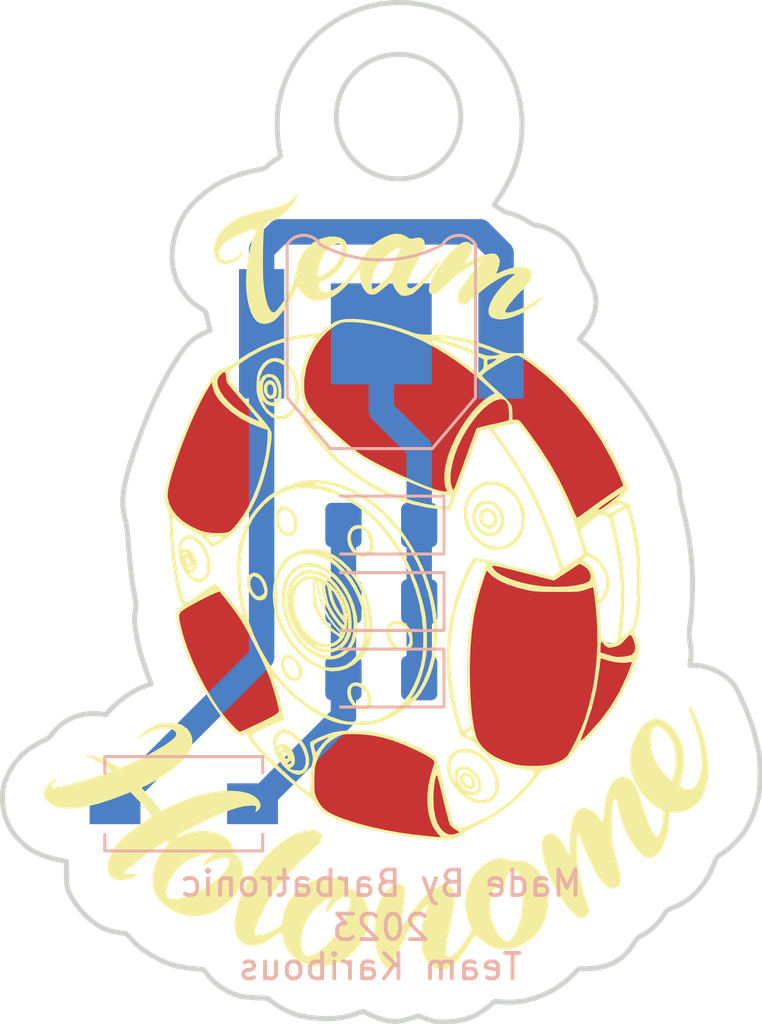
<source format=kicad_pcb>
(kicad_pcb (version 20221018) (generator pcbnew)
  (layers (0 "F.Cu" signal) (31 "B.Cu" signal) (34 "B.Paste" user) (35 "F.Paste" user) (36 "B.SilkS" user "B.Silkscreen") (37 "F.SilkS" user "F.Silkscreen") (38 "B.Mask" user) (39 "F.Mask" user) (44 "Edge.Cuts" user))
  (net 0 "")
  (net 1 "Net-(BT1-+)")
  (net 2 "Net-(BT1--)")
  (net 3 "Net-(D1-A)")
  (footprint "Badges:BadgeHolonome" (layer "F.Cu") (at 125 80)
    (fp_text reference "REF**" hide)
    (fp_text value "BadgeHolonome" hide)
    (fp_text user "2023" (at -0.02 16.87 unlocked) (layer "B.SilkS") (effects (justify bottom mirror)))
    (fp_text user "Made By Barbatronic" (at -0.02 15.14 unlocked) (layer "B.SilkS") (effects (justify bottom mirror)))
    (fp_text user "Team Karibous" (at -0.04 18.41 unlocked) (layer "B.SilkS") (effects (justify bottom mirror)))
    (fp_poly (pts (xy -6.012825 -5.370237) (xy -5.987633 -5.101406) (xy -5.225059 -4.217578) (xy -5.040388 -4.003383) (xy -4.869258 -3.804587) (xy -4.717448 -3.627927) (xy -4.590736 -3.48014) (xy -4.494902 -3.367962) (xy -4.435722 -3.298129) (xy -4.41976 -3.27878) (xy -4.401949 -3.212798) (xy -4.399438 -3.087981) (xy -4.410926 -2.914066) (xy -4.435111 -2.700792) (xy -4.470691 -2.457898) (xy -4.516365 -2.195121) (xy -4.570832 -1.922201) (xy -4.632788 -1.648876) (xy -4.643462 -1.605139) (xy -4.746175 -1.209913) (xy -4.846834 -0.872625) (xy -4.951086 -0.581079) (xy -5.064578 -0.323078) (xy -5.192958 -0.086427) (xy -5.341873 0.141071) (xy -5.51697 0.37161) (xy -5.612455 0.487502) (xy -5.974066 0.917222) (xy -6.153214 0.917703) (xy -6.272439 0.920843) (xy -6.371425 0.928263) (xy -6.402917 0.932951) (xy -6.472209 0.931494) (xy -6.58374 0.913167) (xy -6.702778 0.884682) (xy -6.946288 0.816762) (xy -7.135336 0.760355) (xy -7.28379 0.709397) (xy -7.405522 0.657825) (xy -7.514399 0.599577) (xy -7.624292 0.528589) (xy -7.74907 0.438799) (xy -7.78672 0.410837) (xy -8.131528 0.153878) (xy -8.316101 -0.231742) (xy -8.500675 -0.617362) (xy -8.433726 -0.917223) (xy -8.286079 -1.512605) (xy -8.119533 -2.063627) (xy -7.937325 -2.560067) (xy -7.845186 -2.776118) (xy -7.740777 -3.010109) (xy -7.623233 -3.275766) (xy -7.506 -3.542578) (xy -7.402524 -3.780035) (xy -7.389555 -3.81) (xy -7.232996 -4.167477) (xy -7.097032 -4.465788) (xy -6.977243 -4.711745) (xy -6.869211 -4.912154) (xy -6.768518 -5.073825) (xy -6.670743 -5.203567) (xy -6.57147 -5.308189) (xy -6.466279 -5.394499) (xy -6.350752 -5.469305) (xy -6.291022 -5.502753) (xy -6.038016 -5.639068)) (fill solid) (layer "F.Cu"))
    (fp_poly (pts (xy -0.958175 8.623962) (xy -0.936196 8.625433) (xy -0.805196 8.636068) (xy -0.642227 8.648865) (xy -0.504492 8.659394) (xy -0.277729 8.691926) (xy -0.003387 8.756612) (xy 0.305842 8.848923) (xy 0.637266 8.964331) (xy 0.978194 9.098307) (xy 1.315934 9.246323) (xy 1.637794 9.403851) (xy 1.751717 9.464403) (xy 2.145239 9.678691) (xy 2.185786 9.892887) (xy 2.204899 9.981646) (xy 2.239134 10.127982) (xy 2.285867 10.321184) (xy 2.34247 10.550542) (xy 2.406319 10.805346) (xy 2.474786 11.074886) (xy 2.493461 11.147777) (xy 2.572892 11.455951) (xy 2.63841 11.703619) (xy 2.693475 11.898658) (xy 2.741551 12.048944) (xy 2.786099 12.162356) (xy 2.830582 12.246769) (xy 2.878462 12.31006) (xy 2.9332 12.360106) (xy 2.99826 12.404783) (xy 3.063088 12.443732) (xy 3.215759 12.533527) (xy 3.048109 12.631441) (xy 2.981925 12.668026) (xy 2.917788 12.696035) (xy 2.84345 12.717756) (xy 2.746659 12.735477) (xy 2.615167 12.751485) (xy 2.436723 12.768069) (xy 2.2225 12.785646) (xy 2.144148 12.783931) (xy 2.007653 12.772408) (xy 1.824541 12.752409) (xy 1.606338 12.725267) (xy 1.364572 12.692317) (xy 1.170935 12.664026) (xy 0.863495 12.614922) (xy 0.52016 12.555307) (xy 0.165899 12.489829) (xy -0.17432 12.423134) (xy -0.475528 12.359869) (xy -0.539066 12.345752) (xy -0.81545 12.282539) (xy -1.037156 12.228844) (xy -1.218661 12.180209) (xy -1.374443 12.132175) (xy -1.518981 12.080282) (xy -1.666753 12.020072) (xy -1.829439 11.948348) (xy -2.302627 11.734905) (xy -2.456772 11.49662) (xy -2.543552 11.348712) (xy -2.609533 11.198655) (xy -2.66526 11.019976) (xy -2.696666 10.894376) (xy -2.73476 10.727294) (xy -2.756841 10.605848) (xy -2.764186 10.507268) (xy -2.758073 10.408787) (xy -2.73978 10.287636) (xy -2.732938 10.248194) (xy -2.666569 9.936174) (xy -2.583282 9.676622) (xy -2.475856 9.452117) (xy -2.337073 9.245242) (xy -2.295513 9.192867) (xy -2.17808 9.058788) (xy -2.051544 8.929585) (xy -1.93795 8.827363) (xy -1.906796 8.803123) (xy -1.811231 8.737991) (xy -1.724617 8.695843) (xy -1.623166 8.668784) (xy -1.483095 8.648921) (xy -1.422589 8.642419) (xy -1.255473 8.629145) (xy -1.090499 8.622637)) (fill solid) (layer "F.Cu"))
    (fp_poly (pts (xy -6.46637 2.933886) (xy -6.396326 3.001349) (xy -6.298373 3.110542) (xy -6.178773 3.253424) (xy -6.043789 3.421948) (xy -5.899685 3.608072) (xy -5.752723 3.803751) (xy -5.609166 4.000941) (xy -5.475277 4.191598) (xy -5.357319 4.367679) (xy -5.292367 4.47016) (xy -5.134466 4.728963) (xy -4.984119 4.979821) (xy -4.845607 5.21522) (xy -4.723211 5.427645) (xy -4.62121 5.609581) (xy -4.543887 5.753513) (xy -4.49552 5.851926) (xy -4.480278 5.895844) (xy -4.467617 5.973451) (xy -4.433467 6.099547) (xy -4.383577 6.257537) (xy -4.323697 6.430823) (xy -4.259578 6.602811) (xy -4.196968 6.756903) (xy -4.141617 6.876503) (xy -4.138351 6.882795) (xy -4.062871 7.049858) (xy -4.004083 7.237541) (xy -3.954774 7.469417) (xy -3.949258 7.500717) (xy -3.922085 7.662067) (xy -3.900061 7.801304) (xy -3.885777 7.901507) (xy -3.881665 7.942143) (xy -3.904443 7.975174) (xy -3.976792 8.023532) (xy -4.103224 8.089636) (xy -4.288249 8.175905) (xy -4.454338 8.249279) (xy -4.718947 8.3631) (xy -4.959434 8.464064) (xy -5.168038 8.549081) (xy -5.336999 8.61506) (xy -5.458556 8.65891) (xy -5.524948 8.677539) (xy -5.530598 8.677974) (xy -5.563843 8.654735) (xy -5.638197 8.590997) (xy -5.744071 8.495333) (xy -5.871876 8.376315) (xy -5.935084 8.316377) (xy -6.055335 8.200513) (xy -6.154295 8.100509) (xy -6.240031 8.005597) (xy -6.320615 7.905009) (xy -6.404114 7.787978) (xy -6.4986 7.643736) (xy -6.612142 7.461515) (xy -6.752808 7.230548) (xy -6.769592 7.202847) (xy -6.926164 6.941759) (xy -7.052871 6.722907) (xy -7.158266 6.529347) (xy -7.250902 6.344136) (xy -7.339334 6.150332) (xy -7.432116 5.930991) (xy -7.514833 5.726716) (xy -7.632613 5.425312) (xy -7.724308 5.173422) (xy -7.794498 4.957014) (xy -7.847763 4.762059) (xy -7.88535 4.591646) (xy -7.930981 4.362016) (xy -7.964063 4.191655) (xy -7.984007 4.070298) (xy -7.990222 3.987679) (xy -7.982121 3.933533) (xy -7.959114 3.897596) (xy -7.920612 3.8696) (xy -7.866025 3.839282) (xy -7.84136 3.825261) (xy -7.758652 3.773694) (xy -7.630821 3.689922) (xy -7.47043 3.582366) (xy -7.290042 3.459448) (xy -7.108473 3.333945) (xy -6.931468 3.210915) (xy -6.772835 3.101061) (xy -6.642226 3.011037) (xy -6.549295 2.947494) (xy -6.503695 2.917084) (xy -6.502242 2.916199)) (fill solid) (layer "F.Cu"))
    (fp_poly (pts (xy 4.439727 1.964823) (xy 4.524229 1.98689) (xy 4.666442 2.024404) (xy 4.855915 2.074592) (xy 5.082198 2.134681) (xy 5.334839 2.201898) (xy 5.603387 2.273469) (xy 5.686659 2.295686) (xy 5.94831 2.36518) (xy 6.188663 2.428376) (xy 6.399072 2.48305) (xy 6.570888 2.52698) (xy 6.695466 2.557944) (xy 6.764158 2.573717) (xy 6.774223 2.575277) (xy 6.816889 2.558097) (xy 6.908712 2.510664) (xy 7.038415 2.439136) (xy 7.194721 2.349674) (xy 7.296244 2.29015) (xy 7.778334 2.005023) (xy 7.99456 2.063553) (xy 8.210786 2.122082) (xy 8.33848 2.516249) (xy 8.375322 2.63226) (xy 8.405243 2.735365) (xy 8.429736 2.836002) (xy 8.450294 2.944608) (xy 8.468411 3.071622) (xy 8.485579 3.22748) (xy 8.503292 3.422621) (xy 8.523042 3.667481) (xy 8.545795 3.965499) (xy 8.625416 5.020583) (xy 8.819444 5.086814) (xy 8.974924 5.129891) (xy 9.106736 5.13813) (xy 9.230708 5.106786) (xy 9.362674 5.031117) (xy 9.518462 4.906379) (xy 9.567927 4.862535) (xy 9.84016 4.617779) (xy 9.947163 4.853768) (xy 10.010284 5.009825) (xy 10.043009 5.145949) (xy 10.053866 5.301057) (xy 10.054166 5.342174) (xy 10.050553 5.463281) (xy 10.036467 5.571958) (xy 10.007038 5.687981) (xy 9.957396 5.831126) (xy 9.8937 5.993801) (xy 9.818811 6.17156) (xy 9.7221 6.388656) (xy 9.614228 6.621792) (xy 9.505856 6.847674) (xy 9.466576 6.927131) (xy 9.150953 7.485368) (xy 8.772749 8.024205) (xy 8.339301 8.533703) (xy 8.098852 8.77952) (xy 7.932742 8.944186) (xy 7.756522 9.123372) (xy 7.589522 9.29716) (xy 7.451073 9.445632) (xy 7.431871 9.466806) (xy 7.313254 9.59356) (xy 7.202188 9.703806) (xy 7.112126 9.784677) (xy 7.061455 9.821063) (xy 6.958908 9.860686) (xy 6.805753 9.904775) (xy 6.621416 9.949256) (xy 6.425325 9.990055) (xy 6.236908 10.023097) (xy 6.075592 10.044308) (xy 5.970102 10.049926) (xy 5.850347 10.043044) (xy 5.685168 10.027763) (xy 5.498859 10.006542) (xy 5.35976 9.98819) (xy 5.199475 9.964784) (xy 5.076619 9.942284) (xy 4.973464 9.914128) (xy 4.872283 9.87375) (xy 4.755348 9.814588) (xy 4.604932 9.730077) (xy 4.501492 9.670404) (xy 4.326009 9.568145) (xy 4.198387 9.489499) (xy 4.105274 9.42299) (xy 4.033319 9.357142) (xy 3.969172 9.280479) (xy 3.89948 9.181526) (xy 3.85454 9.11433) (xy 3.6577 8.818546) (xy 3.56162 8.245731) (xy 3.524441 8.003472) (xy 3.493526 7.752928) (xy 3.46753 7.479468) (xy 3.445111 7.168457) (xy 3.424927 6.805262) (xy 3.41997 6.702411) (xy 3.406513 6.407682) (xy 3.397073 6.168912) (xy 3.391903 5.971605) (xy 3.391259 5.801266) (xy 3.395393 5.643399) (xy 3.404562 5.483508) (xy 3.419018 5.307096) (xy 3.439016 5.099669) (xy 3.449983 4.991439) (xy 3.534958 4.313316) (xy 3.645507 3.69689) (xy 3.78263 3.137718) (xy 3.947326 2.631359) (xy 4.026513 2.429622) (xy 4.240427 1.91355)) (fill solid) (layer "F.Cu"))
    (fp_poly (pts (xy -0.598249 -7.440806) (xy 0.229305 -7.34334) (xy 0.987777 -7.057008) (xy 1.217282 -6.969847) (xy 1.404875 -6.896331) (xy 1.563795 -6.829755) (xy 1.70728 -6.763416) (xy 1.84857 -6.69061) (xy 2.000904 -6.604632) (xy 2.177519 -6.498779) (xy 2.391654 -6.366346) (xy 2.56212 -6.259777) (xy 2.823041 -6.093546) (xy 3.065309 -5.933731) (xy 3.279291 -5.786993) (xy 3.455355 -5.659995) (xy 3.583867 -5.559399) (xy 3.618657 -5.529092) (xy 3.719792 -5.438394) (xy 3.794897 -5.374276) (xy 3.834032 -5.345037) (xy 3.836304 -5.347376) (xy 3.854683 -5.381612) (xy 3.923699 -5.447354) (xy 4.034982 -5.537424) (xy 4.180163 -5.644647) (xy 4.196241 -5.656049) (xy 4.411468 -5.801065) (xy 4.605383 -5.913491) (xy 4.807834 -6.009325) (xy 4.99667 -6.085051) (xy 5.414144 -6.243451) (xy 5.661586 -6.079385) (xy 5.89402 -5.915835) (xy 6.159311 -5.713388) (xy 6.442233 -5.484778) (xy 6.727557 -5.24274) (xy 7.000058 -5.00001) (xy 7.244506 -4.769323) (xy 7.331478 -4.682809) (xy 7.758899 -4.20983) (xy 8.170912 -3.672294) (xy 8.568488 -3.068781) (xy 8.952596 -2.397872) (xy 9.139464 -2.037574) (xy 9.294416 -1.724327) (xy 9.413903 -1.471987) (xy 9.497954 -1.280487) (xy 9.5466 -1.149756) (xy 9.560145 -1.085074) (xy 9.530281 -0.940324) (xy 9.440148 -0.779788) (xy 9.288464 -0.602185) (xy 9.073945 -0.406233) (xy 8.79531 -0.19065) (xy 8.451275 0.045846) (xy 8.386079 0.088296) (xy 8.198527 0.20869) (xy 8.030581 0.314876) (xy 7.891363 0.401221) (xy 7.78999 0.462092) (xy 7.735582 0.491854) (xy 7.729512 0.493888) (xy 7.703114 0.4637) (xy 7.659204 0.383623) (xy 7.606191 0.269391) (xy 7.59283 0.238125) (xy 7.32737 -0.370336) (xy 7.057479 -0.944387) (xy 6.786197 -1.478601) (xy 6.516566 -1.967552) (xy 6.251625 -2.405811) (xy 5.994417 -2.787954) (xy 5.747981 -3.108552) (xy 5.661026 -3.209494) (xy 5.532827 -3.352038) (xy 5.440899 -3.449286) (xy 5.375085 -3.50907) (xy 5.325225 -3.539223) (xy 5.281164 -3.547576) (xy 5.232743 -3.54196) (xy 5.230393 -3.541522) (xy 5.158775 -3.531379) (xy 5.124575 -3.547922) (xy 5.112466 -3.607898) (xy 5.109347 -3.673783) (xy 5.103417 -3.827639) (xy 5.089473 -3.693573) (xy 5.082117 -3.636948) (xy 5.067337 -3.592882) (xy 5.036031 -3.557438) (xy 4.979094 -3.526679) (xy 4.887423 -3.496667) (xy 4.751913 -3.463465) (xy 4.563462 -3.423135) (xy 4.374444 -3.384315) (xy 4.188036 -3.345885) (xy 4.027895 -3.312282) (xy 3.905893 -3.286044) (xy 3.833897 -3.269709) (xy 3.819598 -3.265683) (xy 3.806444 -3.232071) (xy 3.772345 -3.139102) (xy 3.719873 -2.993943) (xy 3.651598 -2.803759) (xy 3.570092 -2.575717) (xy 3.477924 -2.316982) (xy 3.377666 -2.03472) (xy 3.349908 -1.956437) (xy 3.247895 -1.669022) (xy 3.15326 -1.403147) (xy 3.068579 -1.16599) (xy 2.996426 -0.964731) (xy 2.939379 -0.80655) (xy 2.900011 -0.698627) (xy 2.8809 -0.648141) (xy 2.879555 -0.645297) (xy 2.844239 -0.650579) (xy 2.75354 -0.671136) (xy 2.620208 -0.703903) (xy 2.456993 -0.74582) (xy 2.412424 -0.757525) (xy 2.031843 -0.872727) (xy 1.606271 -1.028309) (xy 1.145396 -1.220064) (xy 0.658906 -1.443782) (xy 0.156491 -1.695254) (xy -0.256706 -1.917075) (xy -1.095495 -2.38125) (xy -2.038234 -3.264696) (xy -2.980973 -4.148141) (xy -2.989383 -4.198056) (xy 5.050292 -4.198056) (xy 5.055836 -4.147975) (xy 5.068086 -4.153959) (xy 5.072745 -4.226185) (xy 5.068086 -4.242153) (xy 5.055209 -4.246585) (xy 5.050292 -4.198056) (xy -2.989383 -4.198056) (xy -3.043132 -4.517057) (xy -3.064652 -4.647708) (xy -3.079098 -4.753561) (xy -3.081036 -4.780139) (xy 4.462638 -4.780139) (xy 4.548163 -4.683125) (xy 4.61711 -4.609406) (xy 4.650589 -4.586517) (xy 4.656666 -4.597601) (xy 4.633001 -4.625963) (xy 4.574585 -4.681314) (xy 4.559652 -4.694615) (xy 4.462638 -4.780139) (xy -3.081036 -4.780139) (xy -3.086076 -4.849252) (xy -3.085191 -4.949416) (xy -3.076046 -5.068691) (xy -3.072679 -5.097639) (xy 4.109861 -5.097639) (xy 4.213475 -4.982987) (xy 4.288715 -4.902837) (xy 4.327811 -4.870476) (xy 4.339164 -4.878978) (xy 4.339166 -4.879373) (xy 4.315548 -4.907407) (xy 4.256036 -4.965111) (xy 4.224513 -4.994025) (xy 4.109861 -5.097639) (xy -3.072679 -5.097639) (xy -3.058247 -5.221711) (xy -3.031398 -5.423114) (xy -3.015546 -5.538612) (xy -2.925801 -6.19125) (xy -2.512415 -6.734078) (xy -2.099028 -7.276906) (xy -1.762416 -7.407589) (xy -1.425804 -7.538272)) (fill solid) (layer "F.Cu"))
    (fp_circle (center 0.675987 -15.52) (end 2.635987 -14.06) (stroke (width 0.2)) (fill none) (layer "Edge.Cuts"))
    (fp_poly (pts (xy 1.078097 -19.984103) (xy 1.645206 -19.906804) (xy 1.683938 -19.899025) (xy 2.236285 -19.753693) (xy 2.751524 -19.550671) (xy 3.234587 -19.287277) (xy 3.690409 -18.960831) (xy 4.114353 -18.578243) (xy 4.511233 -18.135208) (xy 4.84306 -17.664861) (xy 5.109899 -17.16706) (xy 5.311813 -16.641659) (xy 5.448863 -16.088517) (xy 5.521114 -15.507489) (xy 5.528836 -15.363473) (xy 5.517117 -14.789288) (xy 5.436759 -14.222185) (xy 5.289675 -13.668488) (xy 5.077777 -13.134519) (xy 4.802978 -12.626603) (xy 4.616998 -12.348485) (xy 4.532105 -12.224823) (xy 4.470367 -12.123667) (xy 4.438772 -12.057249) (xy 4.439311 -12.037498) (xy 4.485674 -12.013263) (xy 4.572782 -11.961116) (xy 4.682461 -11.891965) (xy 4.691233 -11.886306) (xy 4.803405 -11.817866) (xy 4.89665 -11.768286) (xy 4.951957 -11.747606) (xy 4.954002 -11.7475) (xy 5.064652 -11.729803) (xy 5.215316 -11.682037) (xy 5.386597 -11.61219) (xy 5.559097 -11.52825) (xy 5.713419 -11.438206) (xy 5.727269 -11.429063) (xy 5.855103 -11.349781) (xy 5.970574 -11.289145) (xy 6.054894 -11.256626) (xy 6.075198 -11.253612) (xy 6.253289 -11.229581) (xy 6.463948 -11.162857) (xy 6.690722 -11.061491) (xy 6.91716 -10.933536) (xy 7.126808 -10.787043) (xy 7.257992 -10.674734) (xy 7.495747 -10.415887) (xy 7.678388 -10.135785) (xy 7.819015 -9.813838) (xy 7.834777 -9.768187) (xy 7.893281 -9.617704) (xy 7.962161 -9.474786) (xy 8.027402 -9.368226) (xy 8.033015 -9.360897) (xy 8.196971 -9.106515) (xy 8.323403 -8.815997) (xy 8.403947 -8.512992) (xy 8.430346 -8.237362) (xy 8.399946 -7.944165) (xy 8.313774 -7.638763) (xy 8.179373 -7.340084) (xy 8.004286 -7.067057) (xy 7.925433 -6.970278) (xy 7.773632 -6.796805) (xy 8.132558 -6.486935) (xy 8.656705 -5.997994) (xy 9.168745 -5.449078) (xy 9.660802 -4.850644) (xy 10.125002 -4.213145) (xy 10.553469 -3.547037) (xy 10.938329 -2.862774) (xy 11.09231 -2.557639) (xy 11.280914 -2.159399) (xy 11.43263 -1.814377) (xy 11.549441 -1.516913) (xy 11.633331 -1.261343) (xy 11.686284 -1.042006) (xy 11.710282 -0.853238) (xy 11.712222 -0.78786) (xy 11.721364 -0.680491) (xy 11.746114 -0.527532) (xy 11.782455 -0.351164) (xy 11.817198 -0.20803) (xy 11.947975 0.331509) (xy 12.049447 0.843137) (xy 12.125899 1.353766) (xy 12.181619 1.89031) (xy 12.207178 2.240534) (xy 12.22122 2.600358) (xy 12.22181 2.997059) (xy 12.20985 3.408339) (xy 12.186246 3.811897) (xy 12.151904 4.185434) (xy 12.117719 4.445) (xy 12.094372 4.609991) (xy 12.084091 4.739309) (xy 12.087188 4.860968) (xy 12.103971 5.002986) (xy 12.125386 5.137666) (xy 12.154652 5.338096) (xy 12.166508 5.497329) (xy 12.162054 5.642253) (xy 12.15029 5.746207) (xy 12.115596 5.997222) (xy 12.293145 5.997743) (xy 12.592257 6.028536) (xy 12.9043 6.113897) (xy 13.209604 6.245823) (xy 13.488499 6.416309) (xy 13.65489 6.551901) (xy 13.748367 6.643104) (xy 13.825328 6.732291) (xy 13.896028 6.834893) (xy 13.970721 6.966336) (xy 14.059659 7.142051) (xy 14.093995 7.212614) (xy 14.38862 7.884935) (xy 14.617642 8.54993) (xy 14.784071 9.216716) (xy 14.822367 9.419166) (xy 14.847033 9.61532) (xy 14.862791 9.858755) (xy 14.869826 10.130853) (xy 14.868324 10.412999) (xy 14.858467 10.686576) (xy 14.840441 10.932968) (xy 14.814431 11.13356) (xy 14.804878 11.183055) (xy 14.69503 11.58602) (xy 14.541517 11.991627) (xy 14.357767 12.364446) (xy 14.355913 12.367728) (xy 14.224193 12.567306) (xy 14.051145 12.781526) (xy 13.853659 12.992785) (xy 13.648626 13.18348) (xy 13.452937 13.336009) (xy 13.383972 13.380642) (xy 13.267137 13.455189) (xy 13.193179 13.519775) (xy 13.142655 13.59752) (xy 13.096122 13.711541) (xy 13.088908 13.731467) (xy 12.906671 14.151265) (xy 12.678929 14.529388) (xy 12.410465 14.860795) (xy 12.106064 15.140446) (xy 11.77051 15.363301) (xy 11.408588 15.52432) (xy 11.37707 15.534893) (xy 11.261655 15.581239) (xy 11.186484 15.641672) (xy 11.122055 15.740943) (xy 11.114346 15.755316) (xy 10.991006 15.944088) (xy 10.823575 16.140209) (xy 10.631498 16.324565) (xy 10.43422 16.478043) (xy 10.294104 16.56161) (xy 10.15966 16.633381) (xy 10.068117 16.698798) (xy 9.997062 16.778199) (xy 9.924086 16.891924) (xy 9.917131 16.903732) (xy 9.699519 17.213364) (xy 9.443871 17.464527) (xy 9.14898 17.657882) (xy 8.813639 17.794093) (xy 8.43664 17.873821) (xy 8.105579 17.897358) (xy 7.749691 17.903472) (xy 7.552554 18.110038) (xy 7.221215 18.412976) (xy 6.849827 18.673978) (xy 6.448884 18.888942) (xy 6.028883 19.053767) (xy 5.600316 19.164353) (xy 5.173678 19.216597) (xy 4.759465 19.206399) (xy 4.749747 19.205351) (xy 4.601491 19.190051) (xy 4.506005 19.185304) (xy 4.445991 19.193372) (xy 4.404154 19.216515) (xy 4.364373 19.255725) (xy 4.268446 19.343193) (xy 4.130344 19.449506) (xy 3.970281 19.56056) (xy 3.808471 19.662248) (xy 3.680835 19.732711) (xy 3.335974 19.868861) (xy 2.948118 19.953931) (xy 2.610555 19.984082) (xy 2.446517 19.988222) (xy 2.30084 19.988456) (xy 2.193068 19.984933) (xy 2.151944 19.980573) (xy 2.066157 19.959067) (xy 1.94365 19.922645) (xy 1.80471 19.878048) (xy 1.669622 19.832014) (xy 1.558673 19.791282) (xy 1.492149 19.762593) (xy 1.487295 19.759769) (xy 1.426509 19.757026) (xy 1.313393 19.787538) (xy 1.187765 19.835789) (xy 0.868042 19.93527) (xy 0.53963 19.967738) (xy 0.19962 19.932979) (xy -0.154894 19.830776) (xy -0.417835 19.716743) (xy -0.712197 19.572458) (xy -1.037432 19.680304) (xy -1.30807 19.761216) (xy -1.561528 19.815716) (xy -1.820275 19.846673) (xy -2.106784 19.856956) (xy -2.38125 19.851863) (xy -2.851516 19.810381) (xy -3.277681 19.719586) (xy -3.668919 19.576419) (xy -4.034406 19.377825) (xy -4.244951 19.230946) (xy -4.471209 19.059692) (xy -4.925535 19.039839) (xy -5.122572 19.027223) (xy -5.314925 19.007914) (xy -5.480083 18.984564) (xy -5.589165 18.961651) (xy -5.964473 18.821881) (xy -6.309486 18.622692) (xy -6.614518 18.370491) (xy -6.807022 18.155779) (xy -6.982811 17.932091) (xy -7.39842 17.892914) (xy -7.598871 17.869593) (xy -7.807766 17.837965) (xy -7.995667 17.80282) (xy -8.09625 17.779402) (xy -8.423289 17.671607) (xy -8.757496 17.522254) (xy -9.083052 17.340962) (xy -9.38414 17.137354) (xy -9.644938 16.921053) (xy -9.832012 16.723632) (xy -9.920221 16.618394) (xy -9.986213 16.555125) (xy -10.052191 16.520978) (xy -10.140359 16.503107) (xy -10.230556 16.493054) (xy -10.572011 16.435555) (xy -10.878681 16.333342) (xy -11.165077 16.179453) (xy -11.445713 15.966923) (xy -11.578005 15.846463) (xy -11.816767 15.593405) (xy -12.025552 15.322776) (xy -12.191965 15.051944) (xy -12.280133 14.862657) (xy -12.313839 14.76783) (xy -12.336904 14.674042) (xy -12.351344 14.564454) (xy -12.359178 14.422226) (xy -12.362421 14.230519) (xy -12.362751 14.172919) (xy -12.364861 13.687922) (xy -12.488334 13.669143) (xy -12.8835 13.587861) (xy -13.262967 13.469429) (xy -13.546667 13.348623) (xy -13.712679 13.26244) (xy -13.846934 13.178716) (xy -13.971694 13.081043) (xy -14.109219 12.95301) (xy -14.181951 12.880361) (xy -14.388632 12.654013) (xy -14.546189 12.437401) (xy -14.668291 12.208085) (xy -14.768605 11.943624) (xy -14.786003 11.888611) (xy -14.835636 11.670903) (xy -14.864752 11.420532) (xy -14.873045 11.159911) (xy -14.860206 10.911454) (xy -14.825928 10.697575) (xy -14.803436 10.618611) (xy -14.628457 10.207756) (xy -14.399334 9.839841) (xy -14.119163 9.518273) (xy -13.791041 9.246461) (xy -13.418065 9.027809) (xy -13.314406 8.98021) (xy -13.17077 8.912372) (xy -13.068688 8.845884) (xy -12.982499 8.760645) (xy -12.901143 8.656502) (xy -12.674316 8.405968) (xy -12.400239 8.199098) (xy -12.090619 8.040791) (xy -11.757159 7.935948) (xy -11.411565 7.889471) (xy -11.098443 7.901768) (xy -10.826671 7.936225) (xy -10.613803 7.708668) (xy -10.364234 7.471379) (xy -10.076825 7.24743) (xy -9.770517 7.049251) (xy -9.464248 6.889271) (xy -9.217763 6.792498) (xy -9.033998 6.733344) (xy -9.106666 6.550491) (xy -9.321561 5.966779) (xy -9.488362 5.419024) (xy -9.605911 4.911472) (xy -9.668701 4.491929) (xy -9.686404 4.294382) (xy -9.691365 4.143109) (xy -9.683273 4.014934) (xy -9.66182 3.886681) (xy -9.66054 3.880555) (xy -9.640558 3.774635) (xy -9.631604 3.683196) (xy -9.634606 3.586702) (xy -9.650493 3.465621) (xy -9.680195 3.300418) (xy -9.690734 3.245555) (xy -9.760333 2.848973) (xy -9.820097 2.426576) (xy -9.871628 1.96508) (xy -9.916531 1.4512) (xy -9.931272 1.252361) (xy -9.95466 0.955676) (xy -9.979283 0.715161) (xy -10.007103 0.516434) (xy -10.040083 0.345114) (xy -10.073263 0.211666) (xy -10.124714 -0.021612) (xy -10.151339 -0.2631) (xy -10.152074 -0.520528) (xy -10.125855 -0.801624) (xy -10.071619 -1.114115) (xy -9.988302 -1.465731) (xy -9.87484 -1.8642) (xy -9.730171 -2.317249) (xy -9.721726 -2.342591) (xy -9.467542 -3.061985) (xy -9.196319 -3.750535) (xy -8.911793 -4.400108) (xy -8.617698 -5.002568) (xy -8.31777 -5.549783) (xy -8.051703 -5.979584) (xy -7.874769 -6.239857) (xy -7.719708 -6.447429) (xy -7.57632 -6.612444) (xy -7.434404 -6.745047) (xy -7.28376 -6.85538) (xy -7.114188 -6.953587) (xy -7.029197 -6.996425) (xy -6.719545 -7.147136) (xy -6.797453 -7.445305) (xy -6.833295 -7.589333) (xy -6.861037 -7.713762) (xy -6.876188 -7.797956) (xy -6.877683 -7.814028) (xy -6.908705 -7.874897) (xy -7.000993 -7.947634) (xy -7.08532 -7.997333) (xy -7.383595 -8.200473) (xy -7.647261 -8.460343) (xy -7.869874 -8.768982) (xy -8.044989 -9.11843) (xy -8.090308 -9.238624) (xy -8.183499 -9.606537) (xy -8.219621 -10.000255) (xy -8.199418 -10.405135) (xy -8.123632 -10.806535) (xy -7.993006 -11.189815) (xy -7.991087 -11.194293) (xy -7.873268 -11.449938) (xy -7.753727 -11.66355) (xy -7.617323 -11.857373) (xy -7.448914 -12.053651) (xy -7.3025 -12.205801) (xy -6.935332 -12.536919) (xy -6.542295 -12.814803) (xy -6.115254 -13.043602) (xy -5.64607 -13.227466) (xy -5.126607 -13.370545) (xy -4.941954 -13.409678) (xy -4.770312 -13.445512) (xy -4.651276 -13.476995) (xy -4.567776 -13.510913) (xy -4.502748 -13.554053) (xy -4.445 -13.607284) (xy -4.341582 -13.696441) (xy -4.211404 -13.789813) (xy -4.13371 -13.837716) (xy -4.030101 -13.900006) (xy -3.977074 -13.945799) (xy -3.962141 -13.99023) (xy -3.969646 -14.036577) (xy -4.026223 -14.319131) (xy -4.06558 -14.64817) (xy -4.086929 -15.001566) (xy -4.08948 -15.357189) (xy -4.072447 -15.692909) (xy -4.03842 -15.967393) (xy -3.908047 -16.528821) (xy -3.717664 -17.059264) (xy -3.471673 -17.555699) (xy -3.174478 -18.0151) (xy -2.83048 -18.434442) (xy -2.444082 -18.810701) (xy -2.019687 -19.140852) (xy -1.561696 -19.42187) (xy -1.074513 -19.650731) (xy -0.56254 -19.82441) (xy -0.030179 -19.939881) (xy 0.518167 -19.99412)) (stroke (width 0.2)) (fill none) (layer "Edge.Cuts"))
  )
  (footprint "LED_SMD:LED_1206_3216Metric_Pad1.42x1.75mm_HandSolder" (layer "B.Cu") (at 125 86.5 180)
    (fp_text reference "D1" hide)
    (fp_text value "LED_Small" hide)
    (pad "1" smd roundrect (at -1.4875 0 180) (size 1.425 1.75) (layers "B.Cu" "B.Paste" "B.Mask") (roundrect_rratio 0.175439) (net 2 "Net-(BT1--)"))
    (pad "2" smd roundrect (at 1.4875 0 180) (size 1.425 1.75) (layers "B.Cu" "B.Paste" "B.Mask") (roundrect_rratio 0.175439) (net 3 "Net-(D1-A)"))
  )
  (footprint "LED_SMD:LED_1206_3216Metric_Pad1.42x1.75mm_HandSolder" (layer "B.Cu") (at 125 83.5 180)
    (fp_text reference "D3" hide)
    (fp_text value "LED_Small" hide)
    (pad "1" smd roundrect (at -1.4875 0 180) (size 1.425 1.75) (layers "B.Cu" "B.Paste" "B.Mask") (roundrect_rratio 0.175439) (net 2 "Net-(BT1--)"))
    (pad "2" smd roundrect (at 1.4875 0 180) (size 1.425 1.75) (layers "B.Cu" "B.Paste" "B.Mask") (roundrect_rratio 0.175439) (net 3 "Net-(D1-A)"))
  )
  (footprint "Button_Switch_SMD:SW_SPST_EVQPE1" (layer "B.Cu") (at 117.243178 91.430238)
    (fp_text reference "SW1" hide)
    (fp_text value "SW_Push" hide)
    (pad "1" smd rect (at -2.7 0) (size 2 1.6) (layers "B.Cu" "B.Paste" "B.Mask") (net 1 "Net-(BT1-+)"))
    (pad "2" smd rect (at 2.7 0) (size 2 1.6) (layers "B.Cu" "B.Paste" "B.Mask") (net 3 "Net-(D1-A)"))
  )
  (footprint "LED_SMD:LED_1206_3216Metric_Pad1.42x1.75mm_HandSolder" (layer "B.Cu") (at 125 80.5 180)
    (fp_text reference "D2" hide)
    (fp_text value "LED_Small" hide)
    (pad "1" smd roundrect (at -1.4875 0 180) (size 1.425 1.75) (layers "B.Cu" "B.Paste" "B.Mask") (roundrect_rratio 0.175439) (net 2 "Net-(BT1--)"))
    (pad "2" smd roundrect (at 1.4875 0 180) (size 1.425 1.75) (layers "B.Cu" "B.Paste" "B.Mask") (roundrect_rratio 0.175439) (net 3 "Net-(D1-A)"))
  )
  (footprint "Battery:BatteryHolder_Keystone_2998_1x6.8mm" (layer "B.Cu") (at 125 73 180)
    (fp_text reference "BT1" hide)
    (fp_text value "Battery_Cell" hide)
    (pad "1" smd rect (at -4.7 0 180) (size 1.78 5.08) (layers "B.Cu" "B.Paste" "B.Mask") (net 1 "Net-(BT1-+)"))
    (pad "1" smd rect (at 4.7 0 180) (size 1.78 5.08) (layers "B.Cu" "B.Paste" "B.Mask") (net 1 "Net-(BT1-+)"))
    (pad "2" smd rect (at 0 0 180) (size 3.96 3.96) (layers "B.Cu" "B.Paste" "B.Mask") (net 2 "Net-(BT1--)"))
  )
  (segment (start 120.3 69.7) (end 121 69) (width 1) (layer "B.Cu") (net 1))
  (segment (start 120.3 73) (end 120.3 69.7) (width 1) (layer "B.Cu") (net 1))
  (segment (start 128.872144 69) (end 129.7 69.827856) (width 1) (layer "B.Cu") (net 1))
  (segment (start 120.3 73) (end 120.3 85.673416) (width 1) (layer "B.Cu") (net 1))
  (segment (start 121 69) (end 128.872144 69) (width 1) (layer "B.Cu") (net 1))
  (segment (start 129.7 69.827856) (end 129.7 73) (width 1) (layer "B.Cu") (net 1))
  (segment (start 120.3 85.673416) (end 114.543178 91.430238) (width 1) (layer "B.Cu") (net 1))
  (segment (start 126.4875 77.4875) (end 125 76) (width 1) (layer "B.Cu") (net 2))
  (segment (start 125 76) (end 125 73) (width 1) (layer "B.Cu") (net 2))
  (segment (start 126.4875 86.5) (end 126.4875 77.4875) (width 1) (layer "B.Cu") (net 2))
  (segment (start 123.5125 88) (end 120.082262 91.430238) (width 1) (layer "B.Cu") (net 3))
  (segment (start 123.5125 80.5) (end 123.5125 88) (width 1) (layer "B.Cu") (net 3))
  (segment (start 120.082262 91.430238) (end 119.943178 91.430238) (width 1) (layer "B.Cu") (net 3))
)
</source>
